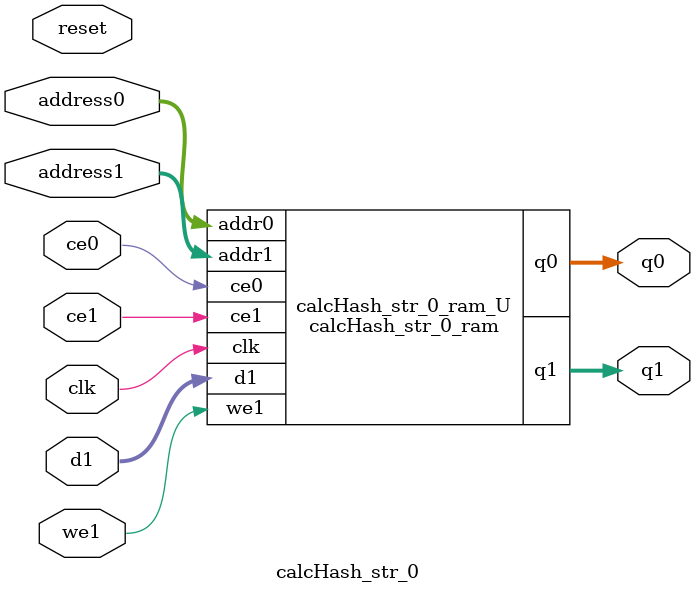
<source format=v>

`timescale 1 ns / 1 ps
module calcHash_str_0_ram (addr0, ce0, q0, addr1, ce1, d1, we1, q1,  clk);

parameter DWIDTH = 8;
parameter AWIDTH = 5;
parameter MEM_SIZE = 32;

input[AWIDTH-1:0] addr0;
input ce0;
output reg[DWIDTH-1:0] q0;
input[AWIDTH-1:0] addr1;
input ce1;
input[DWIDTH-1:0] d1;
input we1;
output reg[DWIDTH-1:0] q1;
input clk;

(* ram_style = "block" *)reg [DWIDTH-1:0] ram[MEM_SIZE-1:0];




always @(posedge clk)  
begin 
    if (ce0) 
    begin
            q0 <= ram[addr0];
    end
end


always @(posedge clk)  
begin 
    if (ce1) 
    begin
        if (we1) 
        begin 
            ram[addr1] <= d1; 
            q1 <= d1;
        end 
        else 
            q1 <= ram[addr1];
    end
end


endmodule


`timescale 1 ns / 1 ps
module calcHash_str_0(
    reset,
    clk,
    address0,
    ce0,
    q0,
    address1,
    ce1,
    we1,
    d1,
    q1);

parameter DataWidth = 32'd8;
parameter AddressRange = 32'd32;
parameter AddressWidth = 32'd5;
input reset;
input clk;
input[AddressWidth - 1:0] address0;
input ce0;
output[DataWidth - 1:0] q0;
input[AddressWidth - 1:0] address1;
input ce1;
input we1;
input[DataWidth - 1:0] d1;
output[DataWidth - 1:0] q1;



calcHash_str_0_ram calcHash_str_0_ram_U(
    .clk( clk ),
    .addr0( address0 ),
    .ce0( ce0 ),
    .q0( q0 ),
    .addr1( address1 ),
    .ce1( ce1 ),
    .d1( d1 ),
    .we1( we1 ),
    .q1( q1 ));

endmodule


</source>
